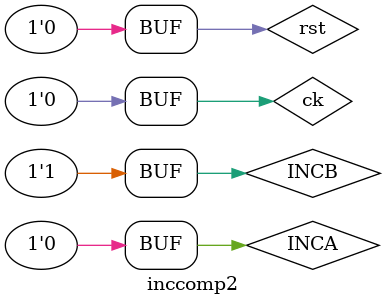
<source format=v>
`timescale 1ns/1ps
module inccomp2();
 
  wire [7:0] C;
  reg ck, rst, INCA, INCB;
 
  inccomp_ckg DUT (
    .C(C),
	.ck(ck),
    .rst(rst),
    .INCA(INCA),
	.INCB(INCB)
  );
 
  initial 
  begin
    rst = 1; INCA = 0; INCB = 0; 
    #2; rst = 1;	// at time 0.1 reset = 1
    #5; rst = 0;
    #5; INCA = 1;
    #16; INCB = 1;
	  #22; INCA = 0;
  end

  always
  begin
 	ck = 1'b1;
    #2.5;
	ck = 1'b0;
    #2.5;
  end
 
endmodule

</source>
